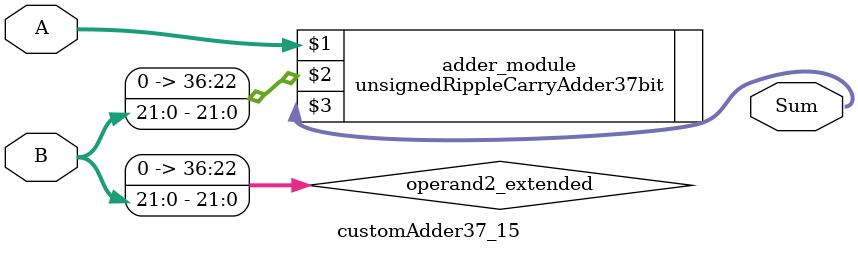
<source format=v>
module customAdder37_15(
                        input [36 : 0] A,
                        input [21 : 0] B,
                        
                        output [37 : 0] Sum
                );

        wire [36 : 0] operand2_extended;
        
        assign operand2_extended =  {15'b0, B};
        
        unsignedRippleCarryAdder37bit adder_module(
            A,
            operand2_extended,
            Sum
        );
        
        endmodule
        
</source>
